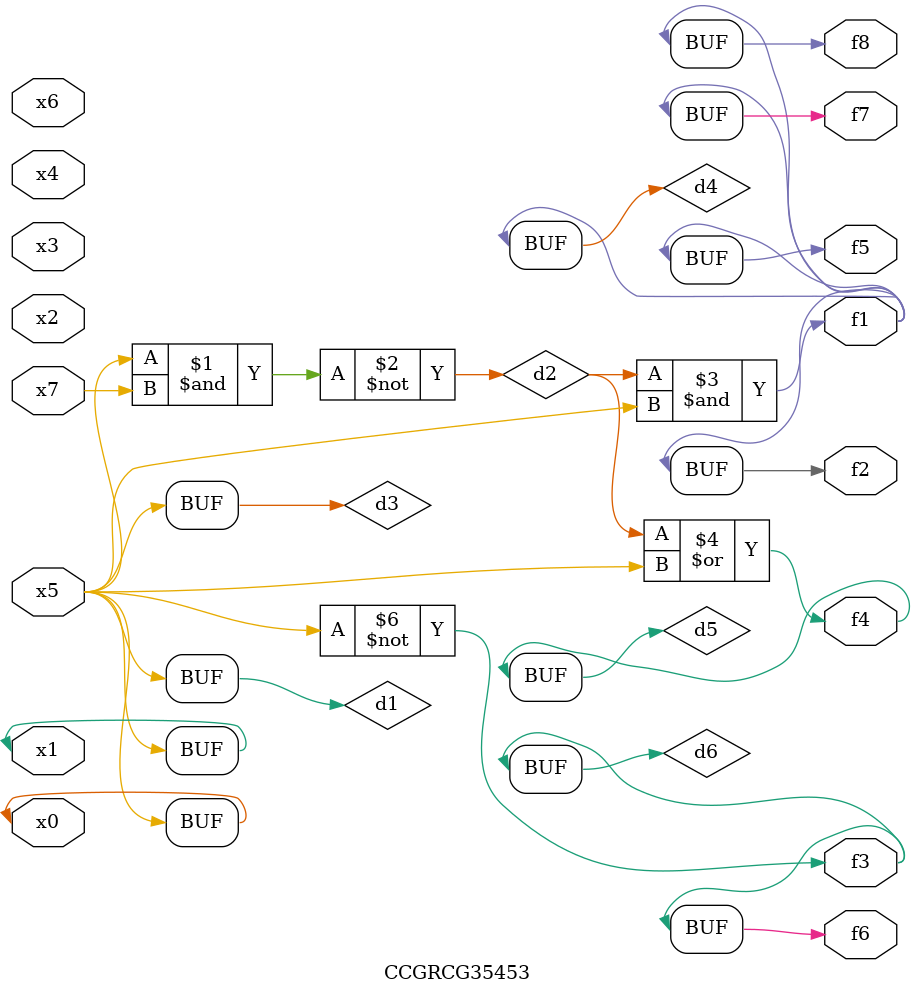
<source format=v>
module CCGRCG35453(
	input x0, x1, x2, x3, x4, x5, x6, x7,
	output f1, f2, f3, f4, f5, f6, f7, f8
);

	wire d1, d2, d3, d4, d5, d6;

	buf (d1, x0, x5);
	nand (d2, x5, x7);
	buf (d3, x0, x1);
	and (d4, d2, d3);
	or (d5, d2, d3);
	nor (d6, d1, d3);
	assign f1 = d4;
	assign f2 = d4;
	assign f3 = d6;
	assign f4 = d5;
	assign f5 = d4;
	assign f6 = d6;
	assign f7 = d4;
	assign f8 = d4;
endmodule

</source>
